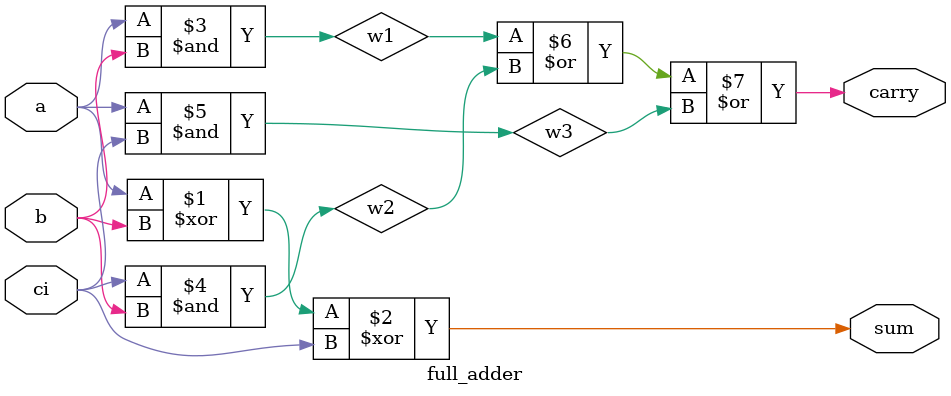
<source format=v>

module full_adder(a,b,ci,sum,carry);
	input a,b,ci;
	output sum,carry;
	wire w1,w2,w3;
	
	xor g1(sum,a,b,ci);
	and g2(w1,a,b);
	and g3(w2,ci,b);
	and g4(w3,a,ci);
	or g5(carry,w1,w2,w3);
		
endmodule

</source>
